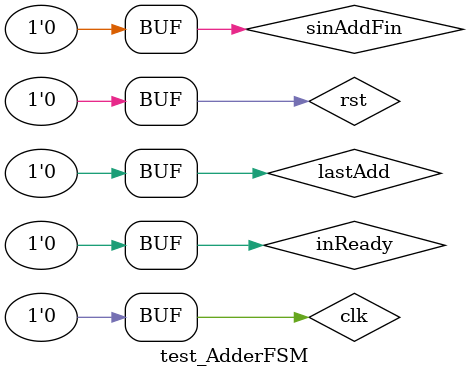
<source format=v>
`timescale 1ns / 1ps


module test_AdderFSM;

	// Inputs
	reg inReady;
	reg lastAdd;
	reg sinAddFin;
	reg clk;
	reg rst;

	// Outputs
	wire startAdd;
	wire allAddsFin;

	// Instantiate the Unit Under Test (UUT)
	mod_AdderFSM uut (
		.inReady(inReady), 
		.lastAdd(lastAdd), 
		.sinAddFin(sinAddFin), 
		.startAdd(startAdd), 
		.allAddsFin(allAddsFin), 
		.clk(clk), 
		.rst(rst)
	);

	initial begin
		// Initialize Inputs
		inReady = 0;
		lastAdd = 0;
		sinAddFin = 0;
		clk = 0;
		rst = 0;

		#100;
      rst = 1;
		#100;
		rst = 0;

		#100;
      clk = 1;
		#100;
		clk = 0;
		
		#100;
      clk = 1;
		#100;
		clk = 0;
		
		inReady = 1;
		
		#100;
      clk = 1;
		#100;
		clk = 0;
	
		#100;
      clk = 1;
		#100;
		clk = 0;
		
		inReady = 0;
		sinAddFin = 1;
		
		#100;
      clk = 1;
		#100;
		clk = 0;
		
		#100;
      clk = 1;
		#100;
		clk = 0;
		
		inReady = 1;
		sinAddFin = 0;
		
		#100;
      clk = 1;
		#100;
		clk = 0;
		
		#100;
      clk = 1;
		#100;
		clk = 0;

		sinAddFin = 1;
		lastAdd = 1;
		
		#100;
      clk = 1;
		#100;
		clk = 0;
		
		#100;
      clk = 1;
		#100;
		clk = 0;		
		
		sinAddFin = 0;
		lastAdd = 0;
		inReady = 0;
		
		#100;
      clk = 1;
		#100;
		clk = 0;
		
		#100;
      clk = 1;
		#100;
		clk = 0;		
		
		
	end
      
endmodule


</source>
